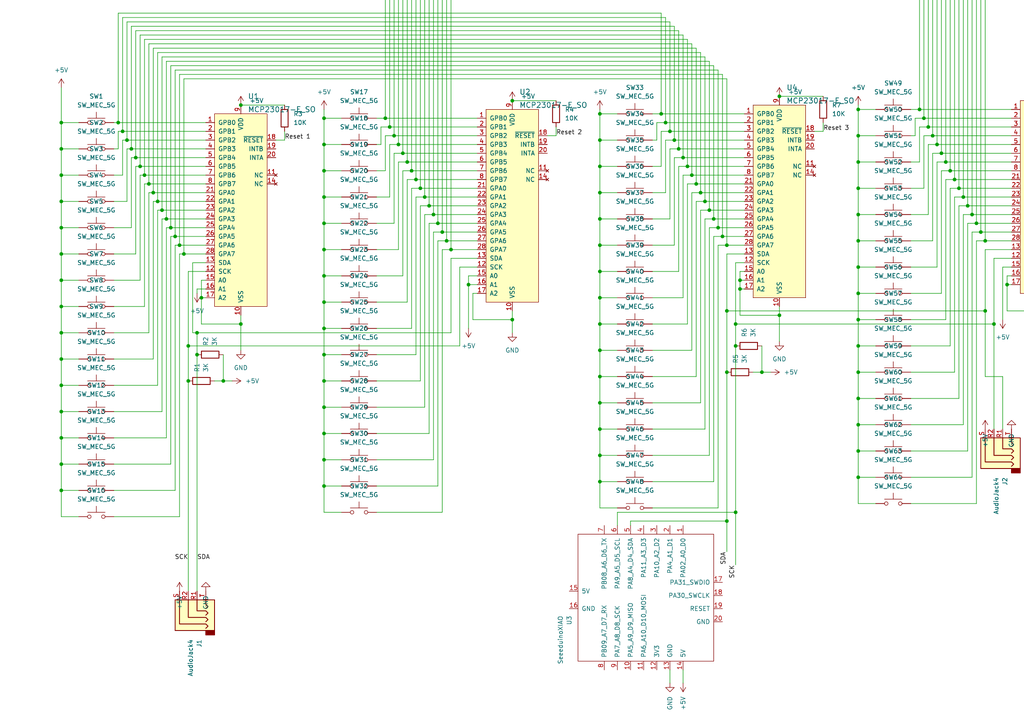
<source format=kicad_sch>
(kicad_sch (version 20211123) (generator eeschema)
  (paper "A4")
  (junction (at 119.38 49.53))
  (junction (at 288.29 93.98))
  (junction (at 53.34 73.66))
  (junction (at 284.48 67.31))
  (junction (at 93.98 102.87))
  (junction (at 120.65 52.07))
  (junction (at 35.56 38.1))
  (junction (at 278.13 54.61))
  (junction (at 17.78 66.04))
  (junction (at 210.82 71.12))
  (junction (at 281.94 62.23))
  (junction (at 93.98 41.91))
  (junction (at 248.92 100.33))
  (junction (at 93.98 133.35))
  (junction (at 17.78 142.24))
  (junction (at 36.83 40.64))
  (junction (at 248.92 130.81))
  (junction (at 17.78 104.14))
  (junction (at 93.98 34.29))
  (junction (at 210.82 107.95))
  (junction (at 275.59 49.53))
  (junction (at 303.53 22.86))
  (junction (at 209.55 68.58))
  (junction (at 266.7 31.75))
  (junction (at 248.92 39.37))
  (junction (at 213.36 148.59))
  (junction (at 226.06 91.44))
  (junction (at 285.75 90.17))
  (junction (at 173.99 124.46))
  (junction (at 173.99 63.5))
  (junction (at 39.37 45.72))
  (junction (at 191.77 33.02))
  (junction (at 93.98 95.25))
  (junction (at 114.3 39.37))
  (junction (at 46.99 60.96))
  (junction (at 173.99 132.08))
  (junction (at 248.92 123.19))
  (junction (at 248.92 85.09))
  (junction (at 17.78 73.66))
  (junction (at 123.19 57.15))
  (junction (at 173.99 101.6))
  (junction (at 213.36 93.98))
  (junction (at 248.92 77.47))
  (junction (at 41.91 50.8))
  (junction (at 303.53 90.17))
  (junction (at 57.15 102.87))
  (junction (at 17.78 134.62))
  (junction (at 208.28 66.04))
  (junction (at 248.92 46.99))
  (junction (at 213.36 100.33))
  (junction (at 93.98 57.15))
  (junction (at 220.98 107.95))
  (junction (at 271.78 41.91))
  (junction (at 194.31 38.1))
  (junction (at 173.99 93.98))
  (junction (at 173.99 71.12))
  (junction (at 198.12 45.72))
  (junction (at 269.24 36.83))
  (junction (at 276.86 52.07))
  (junction (at 195.58 40.64))
  (junction (at 124.46 59.69))
  (junction (at 121.92 54.61))
  (junction (at 64.77 110.49))
  (junction (at 115.57 41.91))
  (junction (at 93.98 64.77))
  (junction (at 248.92 138.43))
  (junction (at 204.47 58.42))
  (junction (at 201.93 53.34))
  (junction (at 49.53 66.04))
  (junction (at 54.61 100.33))
  (junction (at 285.75 69.85))
  (junction (at 173.99 78.74))
  (junction (at 273.05 44.45))
  (junction (at 248.92 31.75))
  (junction (at 54.61 110.49))
  (junction (at 17.78 127))
  (junction (at 214.63 81.28))
  (junction (at 203.2 55.88))
  (junction (at 173.99 33.02))
  (junction (at 173.99 48.26))
  (junction (at 34.29 35.56))
  (junction (at 226.06 27.94))
  (junction (at 248.92 54.61))
  (junction (at 93.98 49.53))
  (junction (at 200.66 50.8))
  (junction (at 93.98 87.63))
  (junction (at 248.92 62.23))
  (junction (at 173.99 86.36))
  (junction (at 280.67 59.69))
  (junction (at 17.78 88.9))
  (junction (at 135.89 82.55))
  (junction (at 93.98 80.01))
  (junction (at 173.99 139.7))
  (junction (at 43.18 53.34))
  (junction (at 267.97 34.29))
  (junction (at 173.99 40.64))
  (junction (at 173.99 55.88))
  (junction (at 199.39 48.26))
  (junction (at 17.78 43.18))
  (junction (at 69.85 30.48))
  (junction (at 248.92 107.95))
  (junction (at 248.92 115.57))
  (junction (at 196.85 43.18))
  (junction (at 116.84 44.45))
  (junction (at 270.51 39.37))
  (junction (at 17.78 58.42))
  (junction (at 113.03 36.83))
  (junction (at 17.78 96.52))
  (junction (at 93.98 72.39))
  (junction (at 129.54 69.85))
  (junction (at 48.26 63.5))
  (junction (at 45.72 58.42))
  (junction (at 125.73 62.23))
  (junction (at 248.92 92.71))
  (junction (at 214.63 83.82))
  (junction (at 111.76 34.29))
  (junction (at 210.82 90.17))
  (junction (at 128.27 67.31))
  (junction (at 248.92 69.85))
  (junction (at 93.98 118.11))
  (junction (at 17.78 35.56))
  (junction (at 279.4 57.15))
  (junction (at 173.99 109.22))
  (junction (at 17.78 50.8))
  (junction (at 205.74 60.96))
  (junction (at 44.45 55.88))
  (junction (at 193.04 35.56))
  (junction (at 93.98 110.49))
  (junction (at 52.07 71.12))
  (junction (at 57.15 96.52))
  (junction (at 127 64.77))
  (junction (at 93.98 125.73))
  (junction (at 274.32 46.99))
  (junction (at 210.82 151.13))
  (junction (at 207.01 63.5))
  (junction (at 283.21 64.77))
  (junction (at 130.81 72.39))
  (junction (at 17.78 111.76))
  (junction (at 17.78 119.38))
  (junction (at 50.8 68.58))
  (junction (at 69.85 93.98))
  (junction (at 38.1 43.18))
  (junction (at 58.42 86.36))
  (junction (at 17.78 81.28))
  (junction (at 292.1 82.55))
  (junction (at 173.99 116.84))
  (junction (at 148.59 29.21))
  (junction (at 148.59 92.71))
  (junction (at 93.98 140.97))
  (junction (at 40.64 48.26))
  (junction (at 118.11 46.99))
  (wire (pts (xy 173.99 71.12) (xy 173.99 78.74)))
  (wire (pts (xy 195.58 40.64) (xy 215.9 40.64)))
  (wire (pts (xy 264.16 85.09) (xy 273.05 85.09)))
  (wire (pts (xy 198.12 50.8) (xy 200.66 50.8)))
  (wire (pts (xy 281.94 62.23) (xy 293.37 62.23)))
  (wire (pts (xy 48.26 66.04) (xy 49.53 66.04)))
  (wire (pts (xy 274.32 52.07) (xy 274.32 92.71)))
  (wire (pts (xy 127 64.77) (xy 127 -6.35)))
  (wire (pts (xy 93.98 57.15) (xy 93.98 64.77)))
  (wire (pts (xy 113.03 41.91) (xy 115.57 41.91)))
  (wire (pts (xy 130.81 74.93) (xy 130.81 96.52)))
  (wire (pts (xy 210.82 73.66) (xy 215.9 73.66)))
  (wire (pts (xy 40.64 50.8) (xy 40.64 81.28)))
  (wire (pts (xy 93.98 87.63) (xy 99.06 87.63)))
  (wire (pts (xy 271.78 -16.51) (xy 271.78 41.91)))
  (wire (pts (xy 39.37 45.72) (xy 39.37 8.89)))
  (wire (pts (xy 17.78 66.04) (xy 17.78 73.66)))
  (wire (pts (xy 17.78 43.18) (xy 22.86 43.18)))
  (wire (pts (xy 248.92 130.81) (xy 248.92 138.43)))
  (wire (pts (xy 127 64.77) (xy 138.43 64.77)))
  (wire (pts (xy 39.37 73.66) (xy 39.37 48.26)))
  (wire (pts (xy 39.37 45.72) (xy 59.69 45.72)))
  (wire (pts (xy 199.39 93.98) (xy 189.23 93.98)))
  (wire (pts (xy 264.16 107.95) (xy 276.86 107.95)))
  (wire (pts (xy 40.64 48.26) (xy 40.64 10.16)))
  (wire (pts (xy 44.45 55.88) (xy 44.45 13.97)))
  (wire (pts (xy 127 -6.35) (xy 281.94 -6.35)))
  (wire (pts (xy 173.99 109.22) (xy 179.07 109.22)))
  (wire (pts (xy 116.84 44.45) (xy 138.43 44.45)))
  (wire (pts (xy 266.7 36.83) (xy 266.7 46.99)))
  (wire (pts (xy 303.53 90.17) (xy 303.53 93.98)))
  (wire (pts (xy 195.58 71.12) (xy 195.58 45.72)))
  (wire (pts (xy 173.99 33.02) (xy 173.99 40.64)))
  (wire (pts (xy 35.56 5.08) (xy 193.04 5.08)))
  (wire (pts (xy 93.98 140.97) (xy 93.98 148.59)))
  (wire (pts (xy 248.92 100.33) (xy 248.92 107.95)))
  (wire (pts (xy 36.83 6.35) (xy 194.31 6.35)))
  (wire (pts (xy 189.23 71.12) (xy 195.58 71.12)))
  (wire (pts (xy 293.37 74.93) (xy 288.29 74.93)))
  (wire (pts (xy 267.97 34.29) (xy 293.37 34.29)))
  (wire (pts (xy 200.66 50.8) (xy 215.9 50.8)))
  (wire (pts (xy 17.78 43.18) (xy 17.78 50.8)))
  (wire (pts (xy 248.92 123.19) (xy 248.92 130.81)))
  (wire (pts (xy 17.78 73.66) (xy 17.78 81.28)))
  (wire (pts (xy 208.28 147.32) (xy 189.23 147.32)))
  (wire (pts (xy 93.98 133.35) (xy 99.06 133.35)))
  (wire (pts (xy 93.98 140.97) (xy 99.06 140.97)))
  (wire (pts (xy 208.28 66.04) (xy 205.74 66.04)))
  (wire (pts (xy 248.92 39.37) (xy 254 39.37)))
  (wire (pts (xy 93.98 57.15) (xy 99.06 57.15)))
  (wire (pts (xy 124.46 -8.89) (xy 279.4 -8.89)))
  (wire (pts (xy 109.22 125.73) (xy 124.46 125.73)))
  (wire (pts (xy 38.1 43.18) (xy 59.69 43.18)))
  (wire (pts (xy 193.04 40.64) (xy 195.58 40.64)))
  (wire (pts (xy 17.78 104.14) (xy 22.86 104.14)))
  (wire (pts (xy 194.31 38.1) (xy 215.9 38.1)))
  (wire (pts (xy 179.07 152.4) (xy 179.07 148.59)))
  (wire (pts (xy 41.91 11.43) (xy 199.39 11.43)))
  (wire (pts (xy 199.39 53.34) (xy 199.39 93.98)))
  (wire (pts (xy 123.19 118.11) (xy 109.22 118.11)))
  (wire (pts (xy 114.3 39.37) (xy 138.43 39.37)))
  (wire (pts (xy 292.1 80.01) (xy 292.1 82.55)))
  (wire (pts (xy 248.92 123.19) (xy 254 123.19)))
  (wire (pts (xy 274.32 52.07) (xy 276.86 52.07)))
  (wire (pts (xy 281.94 67.31) (xy 281.94 138.43)))
  (wire (pts (xy 33.02 142.24) (xy 50.8 142.24)))
  (wire (pts (xy 198.12 194.31) (xy 198.12 198.12)))
  (wire (pts (xy 49.53 68.58) (xy 49.53 134.62)))
  (wire (pts (xy 194.31 63.5) (xy 189.23 63.5)))
  (wire (pts (xy 120.65 102.87) (xy 120.65 57.15)))
  (wire (pts (xy 279.4 62.23) (xy 281.94 62.23)))
  (wire (pts (xy 205.74 132.08) (xy 189.23 132.08)))
  (wire (pts (xy 275.59 -12.7) (xy 275.59 49.53)))
  (wire (pts (xy 173.99 93.98) (xy 179.07 93.98)))
  (wire (pts (xy 293.37 72.39) (xy 285.75 72.39)))
  (wire (pts (xy 191.77 33.02) (xy 215.9 33.02)))
  (wire (pts (xy 17.78 96.52) (xy 22.86 96.52)))
  (wire (pts (xy 53.34 73.66) (xy 53.34 22.86)))
  (wire (pts (xy 210.82 90.17) (xy 285.75 90.17)))
  (wire (pts (xy 118.11 46.99) (xy 138.43 46.99)))
  (wire (pts (xy 93.98 80.01) (xy 93.98 87.63)))
  (wire (pts (xy 93.98 64.77) (xy 99.06 64.77)))
  (wire (pts (xy 191.77 38.1) (xy 191.77 48.26)))
  (wire (pts (xy 248.92 92.71) (xy 254 92.71)))
  (wire (pts (xy 275.59 100.33) (xy 275.59 54.61)))
  (wire (pts (xy 121.92 59.69) (xy 124.46 59.69)))
  (wire (pts (xy 248.92 115.57) (xy 248.92 123.19)))
  (wire (pts (xy 43.18 53.34) (xy 43.18 12.7)))
  (wire (pts (xy 193.04 55.88) (xy 193.04 40.64)))
  (wire (pts (xy 113.03 57.15) (xy 113.03 41.91)))
  (wire (pts (xy 17.78 35.56) (xy 22.86 35.56)))
  (wire (pts (xy 292.1 82.55) (xy 292.1 90.17)))
  (wire (pts (xy 193.04 35.56) (xy 215.9 35.56)))
  (wire (pts (xy 215.9 71.12) (xy 210.82 71.12)))
  (wire (pts (xy 40.64 50.8) (xy 41.91 50.8)))
  (wire (pts (xy 285.75 72.39) (xy 285.75 90.17)))
  (wire (pts (xy 50.8 20.32) (xy 208.28 20.32)))
  (wire (pts (xy 173.99 55.88) (xy 179.07 55.88)))
  (wire (pts (xy 179.07 148.59) (xy 213.36 148.59)))
  (wire (pts (xy 114.3 64.77) (xy 109.22 64.77)))
  (wire (pts (xy 218.44 107.95) (xy 220.98 107.95)))
  (wire (pts (xy 316.23 26.67) (xy 316.23 22.86)))
  (wire (pts (xy 93.98 34.29) (xy 93.98 41.91)))
  (wire (pts (xy 109.22 110.49) (xy 121.92 110.49)))
  (wire (pts (xy 208.28 71.12) (xy 208.28 147.32)))
  (wire (pts (xy 254 77.47) (xy 248.92 77.47)))
  (wire (pts (xy 273.05 44.45) (xy 293.37 44.45)))
  (wire (pts (xy 248.92 31.75) (xy 248.92 39.37)))
  (wire (pts (xy 109.22 72.39) (xy 115.57 72.39)))
  (wire (pts (xy 17.78 127) (xy 22.86 127)))
  (wire (pts (xy 54.61 100.33) (xy 133.35 100.33)))
  (wire (pts (xy 281.94 -6.35) (xy 281.94 62.23)))
  (wire (pts (xy 121.92 -11.43) (xy 276.86 -11.43)))
  (wire (pts (xy 189.23 101.6) (xy 200.66 101.6)))
  (wire (pts (xy 270.51 44.45) (xy 273.05 44.45)))
  (wire (pts (xy 264.16 31.75) (xy 266.7 31.75)))
  (wire (pts (xy 55.88 96.52) (xy 55.88 76.2)))
  (wire (pts (xy 52.07 73.66) (xy 52.07 149.86)))
  (wire (pts (xy 248.92 62.23) (xy 248.92 69.85)))
  (wire (pts (xy 138.43 62.23) (xy 125.73 62.23)))
  (wire (pts (xy 269.24 41.91) (xy 271.78 41.91)))
  (wire (pts (xy 191.77 3.81) (xy 191.77 33.02)))
  (wire (pts (xy 116.84 49.53) (xy 119.38 49.53)))
  (wire (pts (xy 45.72 111.76) (xy 45.72 60.96)))
  (wire (pts (xy 46.99 60.96) (xy 59.69 60.96)))
  (wire (pts (xy 214.63 78.74) (xy 214.63 81.28)))
  (wire (pts (xy 203.2 60.96) (xy 203.2 116.84)))
  (wire (pts (xy 281.94 67.31) (xy 284.48 67.31)))
  (wire (pts (xy 114.3 44.45) (xy 116.84 44.45)))
  (wire (pts (xy 173.99 31.75) (xy 173.99 33.02)))
  (wire (pts (xy 207.01 63.5) (xy 215.9 63.5)))
  (wire (pts (xy 248.92 107.95) (xy 254 107.95)))
  (wire (pts (xy 33.02 35.56) (xy 34.29 35.56)))
  (wire (pts (xy 198.12 45.72) (xy 215.9 45.72)))
  (wire (pts (xy 123.19 57.15) (xy 123.19 -10.16)))
  (wire (pts (xy 285.75 69.85) (xy 283.21 69.85)))
  (wire (pts (xy 269.24 36.83) (xy 293.37 36.83)))
  (wire (pts (xy 209.55 21.59) (xy 209.55 68.58)))
  (wire (pts (xy 269.24 41.91) (xy 269.24 62.23)))
  (wire (pts (xy 57.15 96.52) (xy 57.15 102.87)))
  (wire (pts (xy 64.77 102.87) (xy 64.77 110.49)))
  (wire (pts (xy 266.7 -21.59) (xy 266.7 31.75)))
  (wire (pts (xy 17.78 66.04) (xy 22.86 66.04)))
  (wire (pts (xy 129.54 69.85) (xy 129.54 -3.81)))
  (wire (pts (xy 214.63 83.82) (xy 215.9 83.82)))
  (wire (pts (xy 271.78 46.99) (xy 274.32 46.99)))
  (wire (pts (xy 109.22 102.87) (xy 120.65 102.87)))
  (wire (pts (xy 215.9 78.74) (xy 214.63 78.74)))
  (wire (pts (xy 285.75 -2.54) (xy 285.75 69.85)))
  (wire (pts (xy 248.92 46.99) (xy 254 46.99)))
  (wire (pts (xy 111.76 34.29) (xy 111.76 -21.59)))
  (wire (pts (xy 266.7 36.83) (xy 269.24 36.83)))
  (wire (pts (xy 17.78 73.66) (xy 22.86 73.66)))
  (wire (pts (xy 125.73 67.31) (xy 125.73 133.35)))
  (wire (pts (xy 137.16 92.71) (xy 148.59 92.71)))
  (wire (pts (xy 293.37 77.47) (xy 290.83 77.47)))
  (wire (pts (xy 205.74 60.96) (xy 203.2 60.96)))
  (wire (pts (xy 138.43 72.39) (xy 130.81 72.39)))
  (wire (pts (xy 210.82 22.86) (xy 210.82 71.12)))
  (wire (pts (xy 59.69 83.82) (xy 57.15 83.82)))
  (wire (pts (xy 179.07 78.74) (xy 173.99 78.74)))
  (wire (pts (xy 190.5 40.64) (xy 190.5 35.56)))
  (wire (pts (xy 45.72 15.24) (xy 203.2 15.24)))
  (wire (pts (xy 215.9 60.96) (xy 205.74 60.96)))
  (wire (pts (xy 109.22 140.97) (xy 127 140.97)))
  (wire (pts (xy 114.3 39.37) (xy 114.3 -19.05)))
  (wire (pts (xy 266.7 46.99) (xy 264.16 46.99)))
  (wire (pts (xy 17.78 142.24) (xy 22.86 142.24)))
  (wire (pts (xy 48.26 63.5) (xy 48.26 17.78)))
  (wire (pts (xy 196.85 48.26) (xy 199.39 48.26)))
  (wire (pts (xy 120.65 57.15) (xy 123.19 57.15)))
  (wire (pts (xy 280.67 -7.62) (xy 280.67 59.69)))
  (wire (pts (xy 120.65 -12.7) (xy 275.59 -12.7)))
  (wire (pts (xy 113.03 36.83) (xy 138.43 36.83)))
  (wire (pts (xy 248.92 54.61) (xy 248.92 62.23)))
  (wire (pts (xy 17.78 149.86) (xy 22.86 149.86)))
  (wire (pts (xy 39.37 8.89) (xy 196.85 8.89)))
  (wire (pts (xy 248.92 69.85) (xy 254 69.85)))
  (wire (pts (xy 238.76 38.1) (xy 236.22 38.1)))
  (wire (pts (xy 209.55 68.58) (xy 215.9 68.58)))
  (wire (pts (xy 119.38 54.61) (xy 119.38 95.25)))
  (wire (pts (xy 248.92 54.61) (xy 254 54.61)))
  (wire (pts (xy 17.78 25.4) (xy 17.78 35.56)))
  (wire (pts (xy 196.85 8.89) (xy 196.85 43.18)))
  (wire (pts (xy 271.78 41.91) (xy 293.37 41.91)))
  (wire (pts (xy 220.98 107.95) (xy 223.52 107.95)))
  (wire (pts (xy 127 69.85) (xy 127 140.97)))
  (wire (pts (xy 93.98 31.75) (xy 93.98 34.29)))
  (wire (pts (xy 201.93 13.97) (xy 201.93 53.34)))
  (wire (pts (xy 38.1 43.18) (xy 38.1 7.62)))
  (wire (pts (xy 82.55 30.48) (xy 69.85 30.48)))
  (wire (pts (xy 93.98 118.11) (xy 99.06 118.11)))
  (wire (pts (xy 273.05 -15.24) (xy 273.05 44.45)))
  (wire (pts (xy 33.02 88.9) (xy 41.91 88.9)))
  (wire (pts (xy 17.78 88.9) (xy 22.86 88.9)))
  (wire (pts (xy 173.99 63.5) (xy 179.07 63.5)))
  (wire (pts (xy 118.11 -15.24) (xy 273.05 -15.24)))
  (wire (pts (xy 121.92 54.61) (xy 121.92 -11.43)))
  (wire (pts (xy 64.77 110.49) (xy 67.31 110.49)))
  (wire (pts (xy 280.67 59.69) (xy 278.13 59.69)))
  (wire (pts (xy 17.78 50.8) (xy 17.78 58.42)))
  (wire (pts (xy 93.98 125.73) (xy 93.98 133.35)))
  (wire (pts (xy 283.21 64.77) (xy 280.67 64.77)))
  (wire (pts (xy 248.92 62.23) (xy 254 62.23)))
  (wire (pts (xy 17.78 134.62) (xy 22.86 134.62)))
  (wire (pts (xy 199.39 53.34) (xy 201.93 53.34)))
  (wire (pts (xy 115.57 -17.78) (xy 270.51 -17.78)))
  (wire (pts (xy 129.54 69.85) (xy 138.43 69.85)))
  (wire (pts (xy 46.99 119.38) (xy 33.02 119.38)))
  (wire (pts (xy 36.83 58.42) (xy 36.83 43.18)))
  (wire (pts (xy 54.61 110.49) (xy 54.61 171.45)))
  (wire (pts (xy 44.45 55.88) (xy 59.69 55.88)))
  (wire (pts (xy 274.32 92.71) (xy 264.16 92.71)))
  (wire (pts (xy 290.83 109.22) (xy 290.83 124.46)))
  (wire (pts (xy 288.29 93.98) (xy 288.29 124.46)))
  (wire (pts (xy 215.9 66.04) (xy 208.28 66.04)))
  (wire (pts (xy 264.16 69.85) (xy 270.51 69.85)))
  (wire (pts (xy 33.02 43.18) (xy 34.29 43.18)))
  (wire (pts (xy 148.59 90.17) (xy 148.59 92.71)))
  (wire (pts (xy 201.93 58.42) (xy 204.47 58.42)))
  (wire (pts (xy 59.69 63.5) (xy 48.26 63.5)))
  (wire (pts (xy 36.83 40.64) (xy 36.83 6.35)))
  (wire (pts (xy 248.92 30.48) (xy 248.92 31.75)))
  (wire (pts (xy 119.38 54.61) (xy 121.92 54.61)))
  (wire (pts (xy 130.81 96.52) (xy 57.15 96.52)))
  (wire (pts (xy 191.77 48.26) (xy 189.23 48.26)))
  (wire (pts (xy 210.82 107.95) (xy 210.82 151.13)))
  (wire (pts (xy 127 69.85) (xy 129.54 69.85)))
  (wire (pts (xy 17.78 127) (xy 17.78 134.62)))
  (wire (pts (xy 210.82 71.12) (xy 208.28 71.12)))
  (wire (pts (xy 50.8 68.58) (xy 50.8 20.32)))
  (wire (pts (xy 173.99 139.7) (xy 179.07 139.7)))
  (wire (pts (xy 283.21 69.85) (xy 283.21 146.05)))
  (wire (pts (xy 290.83 77.47) (xy 290.83 92.71)))
  (wire (pts (xy 17.78 58.42) (xy 17.78 66.04)))
  (wire (pts (xy 58.42 86.36) (xy 59.69 86.36)))
  (wire (pts (xy 173.99 101.6) (xy 173.99 109.22)))
  (wire (pts (xy 45.72 58.42) (xy 59.69 58.42)))
  (wire (pts (xy 293.37 69.85) (xy 285.75 69.85)))
  (wire (pts (xy 17.78 119.38) (xy 17.78 127)))
  (wire (pts (xy 248.92 107.95) (xy 248.92 115.57)))
  (wire (pts (xy 173.99 109.22) (xy 173.99 116.84)))
  (wire (pts (xy 22.86 81.28) (xy 17.78 81.28)))
  (wire (pts (xy 213.36 93.98) (xy 288.29 93.98)))
  (wire (pts (xy 119.38 49.53) (xy 119.38 -13.97)))
  (wire (pts (xy 248.92 31.75) (xy 254 31.75)))
  (wire (pts (xy 173.99 132.08) (xy 173.99 139.7)))
  (wire (pts (xy 278.13 54.61) (xy 293.37 54.61)))
  (wire (pts (xy 270.51 -17.78) (xy 270.51 39.37)))
  (wire (pts (xy 33.02 127) (xy 48.26 127)))
  (wire (pts (xy 116.84 44.45) (xy 116.84 -16.51)))
  (wire (pts (xy 274.32 -13.97) (xy 274.32 46.99)))
  (wire (pts (xy 198.12 86.36) (xy 198.12 50.8)))
  (wire (pts (xy 43.18 96.52) (xy 33.02 96.52)))
  (wire (pts (xy 205.74 17.78) (xy 205.74 60.96)))
  (wire (pts (xy 200.66 12.7) (xy 200.66 50.8)))
  (wire (pts (xy 128.27 67.31) (xy 128.27 -5.08)))
  (wire (pts (xy 93.98 102.87) (xy 93.98 110.49)))
  (wire (pts (xy 248.92 85.09) (xy 248.92 92.71)))
  (wire (pts (xy 173.99 116.84) (xy 173.99 124.46)))
  (wire (pts (xy 93.98 110.49) (xy 93.98 118.11)))
  (wire (pts (xy 17.78 134.62) (xy 17.78 142.24)))
  (wire (pts (xy 285.75 90.17) (xy 285.75 109.22)))
  (wire (pts (xy 52.07 71.12) (xy 59.69 71.12)))
  (wire (pts (xy 38.1 7.62) (xy 195.58 7.62)))
  (wire (pts (xy 17.78 35.56) (xy 17.78 43.18)))
  (wire (pts (xy 50.8 71.12) (xy 52.07 71.12)))
  (wire (pts (xy 265.43 39.37) (xy 265.43 34.29)))
  (wire (pts (xy 93.98 87.63) (xy 93.98 95.25)))
  (wire (pts (xy 34.29 38.1) (xy 35.56 38.1)))
  (wire (pts (xy 39.37 48.26) (xy 40.64 48.26)))
  (wire (pts (xy 93.98 148.59) (xy 99.06 148.59)))
  (wire (pts (xy 135.89 82.55) (xy 138.43 82.55)))
  (wire (pts (xy 119.38 95.25) (xy 109.22 95.25)))
  (wire (pts (xy 17.78 142.24) (xy 17.78 149.86)))
  (wire (pts (xy 17.78 111.76) (xy 22.86 111.76)))
  (wire (pts (xy 316.23 36.83) (xy 316.23 34.29)))
  (wire (pts (xy 115.57 41.91) (xy 115.57 -17.78)))
  (wire (pts (xy 213.36 76.2) (xy 215.9 76.2)))
  (wire (pts (xy 193.04 5.08) (xy 193.04 35.56)))
  (wire (pts (xy 44.45 13.97) (xy 201.93 13.97)))
  (wire (pts (xy 17.78 96.52) (xy 17.78 104.14)))
  (wire (pts (xy 210.82 73.66) (xy 210.82 90.17)))
  (wire (pts (xy 267.97 54.61) (xy 267.97 39.37)))
  (wire (pts (xy 82.55 38.1) (xy 82.55 40.64)))
  (wire (pts (xy 270.51 39.37) (xy 293.37 39.37)))
  (wire (pts (xy 190.5 35.56) (xy 193.04 35.56)))
  (wire (pts (xy 203.2 116.84) (xy 189.23 116.84)))
  (wire (pts (xy 198.12 10.16) (xy 198.12 45.72)))
  (wire (pts (xy 40.64 81.28) (xy 33.02 81.28)))
  (wire (pts (xy 62.23 110.49) (xy 64.77 110.49)))
  (wire (pts (xy 58.42 86.36) (xy 58.42 93.98)))
  (wire (pts (xy 52.07 149.86) (xy 33.02 149.86)))
  (wire (pts (xy 196.85 43.18) (xy 215.9 43.18)))
  (wire (pts (xy 276.86 52.07) (xy 293.37 52.07)))
  (wire (pts (xy 50.8 68.58) (xy 49.53 68.58)))
  (wire (pts (xy 201.93 53.34) (xy 215.9 53.34)))
  (wire (pts (xy 93.98 125.73) (xy 99.06 125.73)))
  (wire (pts (xy 49.53 134.62) (xy 33.02 134.62)))
  (wire (pts (xy 220.98 100.33) (xy 220.98 107.95)))
  (wire (pts (xy 121.92 54.61) (xy 138.43 54.61)))
  (wire (pts (xy 210.82 151.13) (xy 210.82 160.02)))
  (wire (pts (xy 109.22 148.59) (xy 128.27 148.59)))
  (wire (pts (xy 93.98 102.87) (xy 99.06 102.87)))
  (wire (pts (xy 46.99 63.5) (xy 46.99 119.38)))
  (wire (pts (xy 201.93 109.22) (xy 201.93 58.42)))
  (wire (pts (xy 173.99 132.08) (xy 179.07 132.08)))
  (wire (pts (xy 133.35 100.33) (xy 133.35 77.47)))
  (wire (pts (xy 196.85 78.74) (xy 189.23 78.74)))
  (wire (pts (xy 135.89 80.01) (xy 135.89 82.55)))
  (wire (pts (xy 48.26 63.5) (xy 46.99 63.5)))
  (wire (pts (xy 99.06 80.01) (xy 93.98 80.01)))
  (wire (pts (xy 274.32 46.99) (xy 293.37 46.99)))
  (wire (pts (xy 264.16 39.37) (xy 265.43 39.37)))
  (wire (pts (xy 114.3 -19.05) (xy 269.24 -19.05)))
  (wire (pts (xy 46.99 16.51) (xy 204.47 16.51)))
  (wire (pts (xy 189.23 33.02) (xy 191.77 33.02)))
  (wire (pts (xy 41.91 50.8) (xy 41.91 11.43)))
  (wire (pts (xy 194.31 43.18) (xy 196.85 43.18)))
  (wire (pts (xy 49.53 66.04) (xy 49.53 19.05)))
  (wire (pts (xy 264.16 123.19) (xy 279.4 123.19)))
  (wire (pts (xy 138.43 74.93) (xy 130.81 74.93)))
  (wire (pts (xy 293.37 59.69) (xy 280.67 59.69)))
  (wire (pts (xy 214.63 91.44) (xy 226.06 91.44)))
  (wire (pts (xy 46.99 60.96) (xy 46.99 16.51)))
  (wire (pts (xy 130.81 72.39) (xy 128.27 72.39)))
  (wire (pts (xy 115.57 41.91) (xy 138.43 41.91)))
  (wire (pts (xy 118.11 87.63) (xy 118.11 52.07)))
  (wire (pts (xy 208.28 20.32) (xy 208.28 66.04)))
  (wire (pts (xy 173.99 63.5) (xy 173.99 71.12)))
  (wire (pts (xy 189.23 109.22) (xy 201.93 109.22)))
  (wire (pts (xy 303.53 22.86) (xy 303.53 26.67)))
  (wire (pts (xy 204.47 16.51) (xy 204.47 58.42)))
  (wire (pts (xy 120.65 52.07) (xy 120.65 -12.7)))
  (wire (pts (xy 113.03 -20.32) (xy 267.97 -20.32)))
  (wire (pts (xy 115.57 46.99) (xy 118.11 46.99)))
  (wire (pts (xy 129.54 -3.81) (xy 284.48 -3.81)))
  (wire (pts (xy 213.36 93.98) (xy 213.36 100.33)))
  (wire (pts (xy 278.13 115.57) (xy 264.16 115.57)))
  (wire (pts (xy 271.78 77.47) (xy 264.16 77.47)))
  (wire (pts (xy 54.61 100.33) (xy 54.61 110.49)))
  (wire (pts (xy 148.59 92.71) (xy 148.59 96.52)))
  (wire (pts (xy 210.82 90.17) (xy 210.82 107.95)))
  (wire (pts (xy 17.78 119.38) (xy 22.86 119.38)))
  (wire (pts (xy 213.36 148.59) (xy 213.36 163.83)))
  (wire (pts (xy 43.18 55.88) (xy 44.45 55.88)))
  (wire (pts (xy 17.78 58.42) (xy 22.86 58.42)))
  (wire (pts (xy 238.76 35.56) (xy 238.76 38.1)))
  (wire (pts (xy 35.56 38.1) (xy 35.56 5.08)))
  (wire (pts (xy 110.49 36.83) (xy 113.03 36.83)))
  (wire (pts (xy 118.11 46.99) (xy 118.11 -15.24)))
  (wire (pts (xy 267.97 39.37) (xy 270.51 39.37)))
  (wire (pts (xy 59.69 81.28) (xy 58.42 81.28)))
  (wire (pts (xy 264.16 100.33) (xy 275.59 100.33)))
  (wire (pts (xy 204.47 58.42) (xy 215.9 58.42)))
  (wire (pts (xy 57.15 83.82) (xy 57.15 85.09)))
  (wire (pts (xy 17.78 111.76) (xy 17.78 119.38)))
  (wire (pts (xy 38.1 66.04) (xy 33.02 66.04)))
  (wire (pts (xy 283.21 -5.08) (xy 283.21 64.77)))
  (wire (pts (xy 158.75 39.37) (xy 161.29 39.37)))
  (wire (pts (xy 135.89 82.55) (xy 135.89 95.25)))
  (wire (pts (xy 189.23 55.88) (xy 193.04 55.88)))
  (wire (pts (xy 279.4 57.15) (xy 293.37 57.15)))
  (wire (pts (xy 109.22 41.91) (xy 110.49 41.91)))
  (wire (pts (xy 35.56 38.1) (xy 59.69 38.1)))
  (wire (pts (xy 93.98 118.11) (xy 93.98 125.73)))
  (wire (pts (xy 137.16 85.09) (xy 137.16 92.71)))
  (wire (pts (xy 109.22 87.63) (xy 118.11 87.63)))
  (wire (pts (xy 215.9 81.28) (xy 214.63 81.28)))
  (wire (pts (xy 33.02 73.66) (xy 39.37 73.66)))
  (wire (pts (xy 284.48 -3.81) (xy 284.48 67.31)))
  (wire (pts (xy 173.99 40.64) (xy 179.07 40.64)))
  (wire (pts (xy 275.59 54.61) (xy 278.13 54.61)))
  (wire (pts (xy 33.02 111.76) (xy 45.72 111.76)))
  (wire (pts (xy 203.2 15.24) (xy 203.2 55.88)))
  (wire (pts (xy 271.78 46.99) (xy 271.78 77.47)))
  (wire (pts (xy 58.42 93.98) (xy 69.85 93.98)))
  (wire (pts (xy 138.43 67.31) (xy 128.27 67.31)))
  (wire (pts (xy 248.92 138.43) (xy 248.92 146.05)))
  (wire (pts (xy 293.37 80.01) (xy 292.1 80.01)))
  (wire (pts (xy 214.63 81.28) (xy 214.63 83.82)))
  (wire (pts (xy 58.42 81.28) (xy 58.42 86.36)))
  (wire (pts (xy 191.77 38.1) (xy 194.31 38.1)))
  (wire (pts (xy 114.3 44.45) (xy 114.3 64.77)))
  (wire (pts (xy 119.38 49.53) (xy 138.43 49.53)))
  (wire (pts (xy 273.05 49.53) (xy 275.59 49.53)))
  (wire (pts (xy 173.99 55.88) (xy 173.99 63.5)))
  (wire (pts (xy 248.92 130.81) (xy 254 130.81)))
  (wire (pts (xy 35.56 40.64) (xy 36.83 40.64)))
  (wire (pts (xy 138.43 80.01) (xy 135.89 80.01)))
  (wire (pts (xy 189.23 40.64) (xy 190.5 40.64)))
  (wire (pts (xy 264.16 138.43) (xy 281.94 138.43)))
  (wire (pts (xy 279.4 -8.89) (xy 279.4 57.15)))
  (wire (pts (xy 124.46 64.77) (xy 127 64.77)))
  (wire (pts (xy 316.23 22.86) (xy 303.53 22.86)))
  (wire (pts (xy 196.85 48.26) (xy 196.85 78.74)))
  (wire (pts (xy 55.88 96.52) (xy 57.15 96.52)))
  (wire (pts (xy 45.72 58.42) (xy 45.72 15.24)))
  (wire (pts (xy 199.39 11.43) (xy 199.39 48.26)))
  (wire (pts (xy 59.69 73.66) (xy 53.34 73.66)))
  (wire (pts (xy 124.46 59.69) (xy 138.43 59.69)))
  (wire (pts (xy 207.01 19.05) (xy 207.01 63.5)))
  (wire (pts (xy 173.99 48.26) (xy 173.99 55.88)))
  (wire (pts (xy 173.99 124.46) (xy 179.07 124.46)))
  (wire (pts (xy 173.99 48.26) (xy 179.07 48.26)))
  (wire (pts (xy 138.43 85.09) (xy 137.16 85.09)))
  (wire (pts (xy 48.26 17.78) (xy 205.74 17.78)))
  (wire (pts (xy 204.47 63.5) (xy 207.01 63.5)))
  (wire (pts (xy 116.84 -16.51) (xy 271.78 -16.51)))
  (wire (pts (xy 173.99 101.6) (xy 179.07 101.6)))
  (wire (pts (xy 48.26 127) (xy 48.26 66.04)))
  (wire (pts (xy 116.84 49.53) (xy 116.84 80.01)))
  (wire (pts (xy 35.56 40.64) (xy 35.56 50.8)))
  (wire (pts (xy 93.98 110.49) (xy 99.06 110.49)))
  (wire (pts (xy 248.92 92.71) (xy 248.92 100.33)))
  (wire (pts (xy 49.53 66.04) (xy 59.69 66.04)))
  (wire (pts (xy 121.92 110.49) (xy 121.92 59.69)))
  (wire (pts (xy 214.63 83.82) (xy 214.63 91.44)))
  (wire (pts (xy 195.58 7.62) (xy 195.58 40.64)))
  (wire (pts (xy 173.99 78.74) (xy 173.99 86.36)))
  (wire (pts (xy 53.34 22.86) (xy 210.82 22.86)))
  (wire (pts (xy 120.65 52.07) (xy 138.43 52.07)))
  (wire (pts (xy 125.73 62.23) (xy 123.19 62.23)))
  (wire (pts (xy 54.61 78.74) (xy 59.69 78.74)))
  (wire (pts (xy 161.29 29.21) (xy 148.59 29.21)))
  (wire (pts (xy 269.24 62.23) (xy 264.16 62.23)))
  (wire (pts (xy 189.23 124.46) (xy 204.47 124.46)))
  (wire (pts (xy 38.1 45.72) (xy 39.37 45.72)))
  (wire (pts (xy 248.92 115.57) (xy 254 115.57)))
  (wire (pts (xy 124.46 125.73) (xy 124.46 64.77)))
  (wire (pts (xy 41.91 53.34) (xy 43.18 53.34)))
  (wire (pts (xy 17.78 50.8) (xy 22.86 50.8)))
  (wire (pts (xy 118.11 52.07) (xy 120.65 52.07)))
  (wire (pts (xy 194.31 194.31) (xy 194.31 198.12)))
  (wire (pts (xy 50.8 71.12) (xy 50.8 142.24)))
  (wire (pts (xy 93.98 41.91) (xy 93.98 49.53)))
  (wire (pts (xy 278.13 59.69) (xy 278.13 115.57)))
  (wire (pts (xy 226.06 88.9) (xy 226.06 91.44)))
  (wire (pts (xy 130.81 72.39) (xy 130.81 -2.54)))
  (wire (pts (xy 40.64 48.26) (xy 59.69 48.26)))
  (wire (pts (xy 43.18 55.88) (xy 43.18 96.52)))
  (wire (pts (xy 279.4 123.19) (xy 279.4 62.23)))
  (wire (pts (xy 269.24 -19.05) (xy 269.24 36.83)))
  (wire (pts (xy 200.66 55.88) (xy 203.2 55.88)))
  (wire (pts (xy 173.99 116.84) (xy 179.07 116.84)))
  (wire (pts (xy 138.43 77.47) (xy 133.35 77.47)))
  (wire (pts (xy 238.76 27.94) (xy 226.06 27.94)))
  (wire (pts (xy 52.07 21.59) (xy 209.55 21.59)))
  (wire (pts (xy 128.27 67.31) (xy 125.73 67.31)))
  (wire (pts (xy 173.99 93.98) (xy 173.99 101.6)))
  (wire (pts (xy 17.78 88.9) (xy 17.78 96.52)))
  (wire (pts (xy 93.98 72.39) (xy 93.98 80.01)))
  (wire (pts (xy 113.03 36.83) (xy 113.03 -20.32)))
  (wire (pts (xy 111.76 39.37) (xy 111.76 49.53)))
  (wire (pts (xy 33.02 104.14) (xy 44.45 104.14)))
  (wire (pts (xy 248.92 138.43) (xy 254 138.43)))
  (wire (pts (xy 276.86 57.15) (xy 279.4 57.15)))
  (wire (pts (xy 182.88 152.4) (xy 182.88 151.13)))
  (wire (pts (xy 207.01 68.58) (xy 207.01 139.7)))
  (wire (pts (xy 43.18 12.7) (xy 200.66 12.7)))
  (wire (pts (xy 17.78 81.28) (xy 17.78 88.9)))
  (wire (pts (xy 203.2 55.88) (xy 215.9 55.88)))
  (wire (pts (xy 36.83 43.18) (xy 38.1 43.18)))
  (wire (pts (xy 93.98 49.53) (xy 93.98 57.15)))
  (wire (pts (xy 41.91 50.8) (xy 59.69 50.8)))
  (wire (pts (xy 194.31 6.35) (xy 194.31 38.1)))
  (wire (pts (xy 123.19 57.15) (xy 138.43 57.15)))
  (wire (pts (xy 173.99 139.7) (xy 173.99 147.32)))
  (wire (pts (xy 248.92 39.37) (xy 248.92 46.99)))
  (wire (pts (xy 43.18 53.34) (xy 59.69 53.34)))
  (wire (pts (xy 313.69 36.83) (xy 316.23 36.83)))
  (wire (pts (xy 173.99 86.36) (xy 179.07 86.36)))
  (wire (pts (xy 110.49 41.91) (xy 110.49 36.83)))
  (wire (pts (xy 33.02 58.42) (xy 36.83 58.42)))
  (wire (pts (xy 34.29 35.56) (xy 34.29 3.81)))
  (wire (pts (xy 293.37 82.55) (xy 292.1 82.55)))
  (wire (pts (xy 93.98 72.39) (xy 99.06 72.39)))
  (wire (pts (xy 303.53 87.63) (xy 303.53 90.17)))
  (wire (pts (xy 69.85 93.98) (xy 69.85 101.6)))
  (wire (pts (xy 52.07 71.12) (xy 52.07 21.59)))
  (wire (pts (xy 213.36 100.33) (xy 213.36 148.59)))
  (wire (pts (xy 248.92 146.05) (xy 254 146.05)))
  (wire (pts (xy 116.84 80.01) (xy 109.22 80.01)))
  (wire (pts (xy 182.88 151.13) (xy 210.82 151.13)))
  (wire (pts (xy 59.69 68.58) (xy 50.8 68.58)))
  (wire (pts (xy 93.98 41.91) (xy 99.06 41.91)))
  (wire (pts (xy 265.43 34.29) (xy 267.97 34.29)))
  (wire (pts (xy 130.81 -2.54) (xy 285.75 -2.54)))
  (wire (pts (xy 123.19 62.23) (xy 123.19 118.11)))
  (wire (pts (xy 276.86 107.95) (xy 276.86 57.15)))
  (wire (pts (xy 276.86 -11.43) (xy 276.86 52.07)))
  (wire (pts (xy 248.92 46.99) (xy 248.92 54.61)))
  (wire (pts (xy 288.29 74.93) (xy 288.29 93.98)))
  (wire (pts (xy 204.47 124.46) (xy 204.47 63.5)))
  (wire (pts (xy 292.1 90.17) (xy 303.53 90.17)))
  (wire (pts (xy 199.39 48.26) (xy 215.9 48.26)))
  (wire (pts (xy 55.88 76.2) (xy 59.69 76.2)))
  (wire (pts (xy 125.73 -7.62) (xy 280.67 -7.62)))
  (wire (pts (xy 200.66 101.6) (xy 200.66 55.88)))
  (wire (pts (xy 195.58 45.72) (xy 198.12 45.72)))
  (wire (pts (xy 248.92 85.09) (xy 254 85.09)))
  (wire (pts (xy 17.78 104.14) (xy 17.78 111.76)))
  (wire (pts (xy 54.61 78.74) (xy 54.61 100.33)))
  (wire (pts (xy 109.22 57.15) (xy 113.03 57.15)))
  (wire (pts (xy 284.48 67.31) (xy 293.37 67.31)))
  (wire (pts (xy 205.74 66.04) (xy 205.74 132.08)))
  (wire (pts (xy 293.37 64.77) (xy 283.21 64.77)))
  (wire (pts (xy 111.76 49.53) (xy 109.22 49.53)))
  (wire (pts (xy 173.99 124.46) (xy 173.99 132.08)))
  (wire (pts (xy 57.15 102.87) (xy 57.15 171.45)))
  (wire (pts (xy 111.76 39.37) (xy 114.3 39.37)))
  (wire (pts (xy 115.57 72.39) (xy 115.57 46.99)))
  (wire (pts (xy 161.29 39.37) (xy 161.29 36.83)))
  (wire (pts (xy 189.23 139.7) (xy 207.01 139.7)))
  (wire (pts (xy 119.38 -13.97) (xy 274.32 -13.97)))
  (wire (pts (xy 264.16 54.61) (xy 267.97 54.61)))
  (wire (pts (xy 41.91 88.9) (xy 41.91 53.34)))
  (wire (pts (xy 40.64 10.16) (xy 198.12 10.16)))
  (wire (pts (xy 173.99 86.36) (xy 173.99 93.98)))
  (wire (pts (xy 49.53 19.05) (xy 207.01 19.05)))
  (wire (pts (xy 111.76 34.29) (xy 138.43 34.29)))
  (wire (pts (xy 280.67 64.77) (xy 280.67 130.81)))
  (wire (pts (xy 93.98 34.29) (xy 99.06 34.29)))
  (wire (pts (xy 93.98 64.77) (xy 93.98 72.39)))
  (wire (pts (xy 280.67 130.81) (xy 264.16 130.81)))
  (wire (pts (xy 125.73 133.35) (xy 109.22 133.35)))
  (wire (pts (xy 213.36 76.2) (xy 213.36 93.98)))
  (wire (pts (xy 248.92 77.47) (xy 248.92 85.09)))
  (wire (pts (xy 278.13 -10.16) (xy 278.13 54.61)))
  (wire (pts (xy 128.27 72.39) (xy 128.27 148.59)))
  (wire (pts (xy 93.98 95.25) (xy 93.98 102.87)))
  (wire (pts (xy 226.06 91.44) (xy 226.06 99.06)))
  (wire (pts (xy 93.98 95.25) (xy 99.06 95.25)))
  (wire (pts (xy 36.83 40.64) (xy 59.69 40.64)))
  (wire (pts (xy 270.51 69.85) (xy 270.51 44.45)))
  (wire (pts (xy 53.34 73.66) (xy 52.07 73.66)))
  (wire (pts (xy 173.99 33.02) (xy 179.07 33.02)))
  (wire (pts (xy 128.27 -5.08) (xy 283.21 -5.08)))
  (wire (pts (xy 266.7 31.75) (xy 293.37 31.75)))
  (wire (pts (xy 248.92 69.85) (xy 248.92 77.47)))
  (wire (pts (xy 93.98 133.35) (xy 93.98 140.97)))
  (wire (pts (xy 109.22 34.29) (xy 111.76 34.29)))
  (wire (pts (xy 264.16 146.05) (xy 283.21 146.05)))
  (wire (pts (xy 69.85 91.44) (xy 69.85 93.98)))
  (wire (pts (xy 275.59 49.53) (xy 293.37 49.53)))
  (wire (pts (xy 93.98 49.53) (xy 99.06 49.53)))
  (wire (pts (xy 34.29 3.81) (xy 191.77 3.81)))
  (wire (pts (xy 267.97 -20.32) (xy 267.97 34.29)))
  (wire (pts (xy 173.99 71.12) (xy 179.07 71.12)))
  (wire (pts (xy 44.45 58.42) (xy 45.72 58.42)))
  (wire (pts (xy 273.05 85.09) (xy 273.05 49.53)))
  (wire (pts (xy 45.72 60.96) (xy 46.99 60.96)))
  (wire (pts (xy 207.01 68.58) (xy 209.55 68.58)))
  (wire (pts (xy 173.99 147.32) (xy 179.07 147.32)))
  (wire (pts (xy 173.99 40.64) (xy 173.99 48.26)))
  (wire (pts (xy 290.83 109.22) (xy 285.75 109.22)))
  (wire (pts (xy 34.29 35.56) (xy 59.69 35.56)))
  (wire (pts (xy 194.31 43.18) (xy 194.31 63.5)))
  (wire (pts (xy 248.92 100.33) (xy 254 100.33)))
  (wire (pts (xy 44.45 104.14) (xy 44.45 58.42)))
  (wire (pts (xy 35.56 50.8) (xy 33.02 50.8)))
  (wire (pts (xy 111.76 -21.59) (xy 266.7 -21.59)))
  (wire (pts (xy 82.55 40.64) (xy 80.01 40.64)))
  (wire (pts (xy 38.1 45.72) (xy 38.1 66.04)))
  (wire (pts (xy 123.19 -10.16) (xy 278.13 -10.16)))
  (wire (pts (xy 125.73 62.23) (xy 125.73 -7.62)))
  (wire (pts (xy 34.29 43.18) (xy 34.29 38.1)))
  (wire (pts (xy 124.46 59.69) (xy 124.46 -8.89)))
  (wire (pts (xy 189.23 86.36) (xy 198.12 86.36)))
  (label "Reset 3" (at 238.76 38.1 0))
  (label "SCK" (at 54.61 162.56 180))
  (label "Reset 1" (at 82.55 40.64 0))
  (label "SDA" (at 210.82 160.02 270))
  (label "Reset 4" (at 316.23 36.83 0))
  (label "Reset 2" (at 161.29 39.37 0))
  (label "SDA" (at 57.15 162.56 0))
  (label "SCK" (at 213.36 163.83 270))
  (symbol (lib_id "Switch:SW_Push") (at 104.14 41.91 0) (unit 1)
    (property "Reference" "SW18" (at 104.14 34.29 0))
    (property "Value" "SW_MEC_5G" (at 104.14 36.83 0))
    (property "Footprint" "Switch_Keyboard_Kailh:SW_Kailh_Choc_V1V2_1.00u" (effects hide))
  )
  (symbol (lib_id "Device:R") (at 214.63 107.95 90) (unit 1)
    (property "Reference" "R5" (at 213.3599 105.41 0) (effects (justify left)))
    (property "Value" "3K" (at 215.8999 105.41 0) (effects (justify left)))
    (property "Footprint" "Resistor_SMD:R_0603_1608Metric_Pad0.98x0.95mm_HandSolder" (effects hide))
  )
  (symbol (lib_id "Switch:SW_Push") (at 184.15 48.26 0) (unit 1)
    (property "Reference" "SW35" (at 184.15 40.64 0))
    (property "Value" "SW_MEC_5G" (at 184.15 43.18 0))
    (property "Footprint" "Switch_Keyboard_Kailh:SW_Kailh_Choc_V1V2_1.00u_SOS" (effects hide))
  )
  (symbol (lib_id "Switch:SW_Push") (at 184.15 109.22 0) (unit 1)
    (property "Reference" "SW43" (at 184.15 101.6 0))
    (property "Value" "SW_MEC_5G" (at 184.15 104.14 0))
    (property "Footprint" "Switch_Keyboard_Kailh:SW_Kailh_Choc_V1V2_1.00u_SOS" (effects hide))
  )
  (symbol (lib_id "Switch:SW_Push") (at 104.14 140.97 0) (unit 1)
    (property "Reference" "SW31" (at 104.14 133.35 0))
    (property "Value" "SW_MEC_5G" (at 104.14 135.89 0))
    (property "Footprint" "Switch_Keyboard_Kailh:SW_Kailh_Choc_V1V2_1.00u" (effects hide))
  )
  (symbol (lib_id "Device:R") (at 58.42 110.49 90) (unit 1)
    (property "Reference" "R1" (at 57.1499 107.95 0) (effects (justify left)))
    (property "Value" "3K" (at 59.6899 107.95 0) (effects (justify left)))
    (property "Footprint" "Resistor_SMD:R_0603_1608Metric_Pad0.98x0.95mm_HandSolder" (effects hide))
  )
  (symbol (lib_id "power:+5V") (at 69.85 30.48 0) (unit 1)
    (property "Reference" "#PWR06" (effects hide))
    (property "Value" "+5V" (at 72.39 29.2099 0) (effects (justify left)))
  )
  (symbol (lib_id "Switch:SW_Push") (at 184.15 86.36 0) (unit 1)
    (property "Reference" "SW40" (at 184.15 78.74 0))
    (property "Value" "SW_MEC_5G" (at 184.15 81.28 0))
    (property "Footprint" "Switch_Keyboard_Kailh:SW_Kailh_Choc_V1V2_1.00u_SOS" (effects hide))
  )
  (symbol (lib_id "Device:R") (at 316.23 30.48 180) (unit 1)
    (property "Reference" "R8" (at 318.77 29.2099 0) (effects (justify right)))
    (property "Value" "10K" (at 318.77 31.7499 0) (effects (justify right)))
    (property "Footprint" "Resistor_SMD:R_0603_1608Metric_Pad0.98x0.95mm_HandSolder" (effects hide))
  )
  (symbol (lib_id "Switch:SW_Push") (at 27.94 35.56 0) (unit 1)
    (property "Reference" "SW1" (at 27.94 27.94 0))
    (property "Value" "SW_MEC_5G" (at 27.94 30.48 0))
    (property "Footprint" "Switch_Keyboard_Kailh:SW_Kailh_Choc_V1V2_1.00u" (effects hide))
  )
  (symbol (lib_id "Switch:SW_Push") (at 27.94 111.76 0) (unit 1)
    (property "Reference" "SW11" (at 27.94 104.14 0))
    (property "Value" "SW_MEC_5G" (at 27.94 106.68 0))
    (property "Footprint" "Switch_Keyboard_Kailh:SW_Kailh_Choc_V1V2_1.00u" (effects hide))
  )
  (symbol (lib_id "Switch:SW_Push") (at 104.14 87.63 0) (unit 1)
    (property "Reference" "SW24" (at 104.14 80.01 0))
    (property "Value" "SW_MEC_5G" (at 104.14 82.55 0))
    (property "Footprint" "Switch_Keyboard_Kailh:SW_Kailh_Choc_V1V2_1.00u" (effects hide))
  )
  (symbol (lib_id "Switch:SW_Push") (at 104.14 80.01 0) (unit 1)
    (property "Reference" "SW23" (at 104.14 72.39 0))
    (property "Value" "SW_MEC_5G" (at 104.14 74.93 0))
    (property "Footprint" "Switch_Keyboard_Kailh:SW_Kailh_Choc_V1V2_1.00u" (effects hide))
  )
  (symbol (lib_id "Switch:SW_Push") (at 259.08 85.09 0) (unit 1)
    (property "Reference" "SW56" (at 259.08 77.47 0))
    (property "Value" "SW_MEC_5G" (at 259.08 80.01 0))
    (property "Footprint" "Switch_Keyboard_Kailh:SW_Kailh_Choc_V1V2_1.00u_SOS" (effects hide))
  )
  (symbol (lib_id "Switch:SW_Push") (at 104.14 34.29 0) (unit 1)
    (property "Reference" "SW17" (at 104.14 26.67 0))
    (property "Value" "SW_MEC_5G" (at 104.14 29.21 0))
    (property "Footprint" "Switch_Keyboard_Kailh:SW_Kailh_Choc_V1V2_1.00u" (effects hide))
  )
  (symbol (lib_id "Seeeduino XIAO:SeeeduinoXIAO") (at 186.69 173.99 270) (unit 1)
    (property "Reference" "U3" (at 165.1 178.5494 0) (effects (justify left)))
    (property "Value" "SeeeduinoXIAO" (at 162.56 178.5494 0) (effects (justify left)))
    (property "Footprint" "Seeeduino XIAO KICAD:Seeeduino XIAO-MOUDLE14P-2.54-21X17.8MM" (effects hide))
  )
  (symbol (lib_id "Switch:SW_Push") (at 104.14 133.35 0) (unit 1)
    (property "Reference" "SW30" (at 104.14 125.73 0))
    (property "Value" "SW_MEC_5G" (at 104.14 128.27 0))
    (property "Footprint" "Switch_Keyboard_Kailh:SW_Kailh_Choc_V1V2_1.50u" (effects hide))
  )
  (symbol (lib_id "Switch:SW_Push") (at 27.94 134.62 0) (unit 1)
    (property "Reference" "SW14" (at 27.94 127 0))
    (property "Value" "SW_MEC_5G" (at 27.94 129.54 0))
    (property "Footprint" "Switch_Keyboard_Kailh:SW_Kailh_Choc_V1V2_1.00u" (effects hide))
  )
  (symbol (lib_id "Switch:SW_Push") (at 184.15 40.64 0) (unit 1)
    (property "Reference" "SW34" (at 184.15 33.02 0))
    (property "Value" "SW_MEC_5G" (at 184.15 35.56 0))
    (property "Footprint" "Switch_Keyboard_Kailh:SW_Kailh_Choc_V1V2_1.00u_SOS" (effects hide))
  )
  (symbol (lib_id "Switch:SW_Push") (at 259.08 146.05 0) (unit 1)
    (property "Reference" "SW64" (at 259.08 138.43 0))
    (property "Value" "SW_MEC_5G" (at 259.08 140.97 0))
    (property "Footprint" "Switch_Keyboard_Kailh:SW_Kailh_Choc_V1V2_1.50u_90deg_SOS" (effects hide))
  )
  (symbol (lib_id "Switch:SW_Push") (at 259.08 46.99 0) (unit 1)
    (property "Reference" "SW51" (at 259.08 39.37 0))
    (property "Value" "SW_MEC_5G" (at 259.08 41.91 0))
    (property "Footprint" "Switch_Keyboard_Kailh:SW_Kailh_Choc_V1V2_1.00u_SOS" (effects hide))
  )
  (symbol (lib_id "Switch:SW_Push") (at 259.08 138.43 0) (unit 1)
    (property "Reference" "SW63" (at 259.08 130.81 0))
    (property "Value" "SW_MEC_5G" (at 259.08 133.35 0))
    (property "Footprint" "Switch_Keyboard_Kailh:SW_Kailh_Choc_V1V2_1.00u_SOS" (effects hide))
  )
  (symbol (lib_id "Switch:SW_Push") (at 259.08 39.37 0) (unit 1)
    (property "Reference" "SW50" (at 259.08 31.75 0))
    (property "Value" "SW_MEC_5G" (at 259.08 34.29 0))
    (property "Footprint" "Switch_Keyboard_Kailh:SW_Kailh_Choc_V1V2_1.00u_SOS" (effects hide))
  )
  (symbol (lib_id "Switch:SW_Push") (at 259.08 69.85 0) (unit 1)
    (property "Reference" "SW54" (at 259.08 62.23 0))
    (property "Value" "SW_MEC_5G" (at 259.08 64.77 0))
    (property "Footprint" "Switch_Keyboard_Kailh:SW_Kailh_Choc_V1V2_1.00u_SOS" (effects hide))
  )
  (symbol (lib_id "Switch:SW_Push") (at 184.15 71.12 0) (unit 1)
    (property "Reference" "SW38" (at 184.15 63.5 0))
    (property "Value" "SW_MEC_5G" (at 184.15 66.04 0))
    (property "Footprint" "Switch_Keyboard_Kailh:SW_Kailh_Choc_V1V2_1.00u_SOS" (effects hide))
  )
  (symbol (lib_id "Switch:SW_Push") (at 184.15 93.98 0) (unit 1)
    (property "Reference" "SW41" (at 184.15 86.36 0))
    (property "Value" "SW_MEC_5G" (at 184.15 88.9 0))
    (property "Footprint" "Switch_Keyboard_Kailh:SW_Kailh_Choc_V1V2_1.00u_SOS" (effects hide))
  )
  (symbol (lib_id "Switch:SW_Push") (at 104.14 102.87 0) (unit 1)
    (property "Reference" "SW26" (at 104.14 95.25 0))
    (property "Value" "SW_MEC_5G" (at 104.14 97.79 0))
    (property "Footprint" "Switch_Keyboard_Kailh:SW_Kailh_Choc_V1V2_1.00u" (effects hide))
  )
  (symbol (lib_id "Switch:SW_Push") (at 104.14 118.11 0) (unit 1)
    (property "Reference" "SW28" (at 104.14 110.49 0))
    (property "Value" "SW_MEC_5G" (at 104.14 113.03 0))
    (property "Footprint" "Switch_Keyboard_Kailh:SW_Kailh_Choc_V1V2_1.00u" (effects hide))
  )
  (symbol (lib_id "Switch:SW_Push") (at 27.94 88.9 0) (unit 1)
    (property "Reference" "SW8" (at 27.94 81.28 0))
    (property "Value" "SW_MEC_5G" (at 27.94 83.82 0))
    (property "Footprint" "Switch_Keyboard_Kailh:SW_Kailh_Choc_V1V2_1.00u" (effects hide))
  )
  (symbol (lib_id "power:GND") (at 293.37 124.46 180) (unit 1)
    (property "Reference" "#PWR021" (effects hide))
    (property "Value" "GND" (at 293.3701 125.73 90) (effects (justify left)))
  )
  (symbol (lib_id "power:+5V") (at 285.75 124.46 0) (unit 1)
    (property "Reference" "#PWR019" (effects hide))
    (property "Value" "+5V" (at 285.7501 125.73 90) (effects (justify right)))
  )
  (symbol (lib_id "Switch:SW_Push") (at 259.08 62.23 0) (unit 1)
    (property "Reference" "SW53" (at 259.08 54.61 0))
    (property "Value" "SW_MEC_5G" (at 259.08 57.15 0))
    (property "Footprint" "Switch_Keyboard_Kailh:SW_Kailh_Choc_V1V2_1.00u_SOS" (effects hide))
  )
  (symbol (lib_id "power:+5V") (at 248.92 30.48 0) (unit 1)
    (property "Reference" "#PWR018" (effects hide))
    (property "Value" "+5V" (at 248.92 25.4 0))
  )
  (symbol (lib_id "Switch:SW_Push") (at 104.14 57.15 0) (unit 1)
    (property "Reference" "SW20" (at 104.14 49.53 0))
    (property "Value" "SW_MEC_5G" (at 104.14 52.07 0))
    (property "Footprint" "Switch_Keyboard_Kailh:SW_Kailh_Choc_V1V2_1.00u" (effects hide))
  )
  (symbol (lib_id "Switch:SW_Push") (at 259.08 54.61 0) (unit 1)
    (property "Reference" "SW52" (at 259.08 46.99 0))
    (property "Value" "SW_MEC_5G" (at 259.08 49.53 0))
    (property "Footprint" "Switch_Keyboard_Kailh:SW_Kailh_Choc_V1V2_1.00u_SOS" (effects hide))
  )
  (symbol (lib_id "dk_Interface-I-O-Expanders:MCP23017-E_SO") (at 300.99 46.99 0) (unit 1)
    (property "Reference" "U5" (at 305.5494 24.13 0) (effects (font (size 1.524 1.524)) (justify left)))
    (property "Value" "MCP23017-E_SO" (at 305.5494 27.94 0) (effects (font (size 1.524 1.524)) (justify left)))
    (property "Footprint" "digikey-footprints:SOIC-28_W7.5mm" (effects hide))
    (property "Datasheet" "http://www.microchip.com/mymicrochip/filehandler.aspx?ddocname=en023709" (effects hide))
    (property "Digi-Key_PN" "MCP23017-E/SO-ND" (effects hide))
    (property "MPN" "MCP23017-E/SO" (effects hide))
    (property "Category" "Integrated Circuits (ICs)" (effects hide))
    (property "Family" "Interface - I/O Expanders" (effects hide))
    (property "DK_Datasheet_Link" "http://www.microchip.com/mymicrochip/filehandler.aspx?ddocname=en023709" (effects hide))
    (property "DK_Detail_Page" "/product-detail/en/microchip-technology/MCP23017-E-SO/MCP23017-E-SO-ND/894271" (effects hide))
    (property "Description" "IC I/O EXPANDER I2C 16B 28SOIC" (effects hide))
    (property "Manufacturer" "Microchip Technology" (effects hide))
    (property "Status" "Active" (effects hide))
  )
  (symbol (lib_id "power:+5V") (at 93.98 31.75 0) (unit 1)
    (property "Reference" "#PWR010" (effects hide))
    (property "Value" "+5V" (at 93.98 26.67 0))
  )
  (symbol (lib_id "power:+5V") (at 226.06 27.94 0) (unit 1)
    (property "Reference" "#PWR016" (effects hide))
    (property "Value" "+5V" (at 228.6 26.6699 0) (effects (justify left)))
  )
  (symbol (lib_id "power:GND") (at 148.59 96.52 0) (unit 1)
    (property "Reference" "#PWR013" (effects hide))
    (property "Value" "GND" (at 148.59 101.6 0))
  )
  (symbol (lib_id "Switch:SW_Push") (at 27.94 50.8 0) (unit 1)
    (property "Reference" "SW3" (at 27.94 43.18 0))
    (property "Value" "SW_MEC_5G" (at 27.94 45.72 0))
    (property "Footprint" "Switch_Keyboard_Kailh:SW_Kailh_Choc_V1V2_1.00u" (effects hide))
  )
  (symbol (lib_id "Switch:SW_Push") (at 259.08 123.19 0) (unit 1)
    (property "Reference" "SW61" (at 259.08 115.57 0))
    (property "Value" "SW_MEC_5G" (at 259.08 118.11 0))
    (property "Footprint" "Switch_Keyboard_Kailh:SW_Kailh_Choc_V1V2_1.50u_90deg_SOS" (effects hide))
  )
  (symbol (lib_id "power:+5V") (at 52.07 171.45 0) (unit 1)
    (property "Reference" "#PWR02" (effects hide))
    (property "Value" "+5V" (at 52.0701 172.72 90) (effects (justify right)))
  )
  (symbol (lib_id "Switch:SW_Push") (at 184.15 116.84 0) (unit 1)
    (property "Reference" "SW44" (at 184.15 109.22 0))
    (property "Value" "SW_MEC_5G" (at 184.15 111.76 0))
    (property "Footprint" "Switch_Keyboard_Kailh:SW_Kailh_Choc_V1V2_1.00u_SOS" (effects hide))
  )
  (symbol (lib_id "Switch:SW_Push") (at 104.14 72.39 0) (unit 1)
    (property "Reference" "SW22" (at 104.14 64.77 0))
    (property "Value" "SW_MEC_5G" (at 104.14 67.31 0))
    (property "Footprint" "Switch_Keyboard_Kailh:SW_Kailh_Choc_V1V2_1.00u" (effects hide))
  )
  (symbol (lib_id "Switch:SW_Push") (at 27.94 142.24 0) (unit 1)
    (property "Reference" "SW15" (at 27.94 134.62 0))
    (property "Value" "SW_MEC_5G" (at 27.94 137.16 0))
    (property "Footprint" "Switch_Keyboard_Kailh:SW_Kailh_Choc_V1V2_1.00u" (effects hide))
  )
  (symbol (lib_id "power:+5V") (at 148.59 29.21 0) (unit 1)
    (property "Reference" "#PWR012" (effects hide))
    (property "Value" "+5V" (at 151.13 27.9399 0) (effects (justify left)))
  )
  (symbol (lib_id "Switch:SW_Push") (at 259.08 92.71 0) (unit 1)
    (property "Reference" "SW57" (at 259.08 85.09 0))
    (property "Value" "SW_MEC_5G" (at 259.08 87.63 0))
    (property "Footprint" "Switch_Keyboard_Kailh:SW_Kailh_Choc_V1V2_1.00u_SOS" (effects hide))
  )
  (symbol (lib_id "Switch:SW_Push") (at 259.08 100.33 0) (unit 1)
    (property "Reference" "SW58" (at 259.08 92.71 0))
    (property "Value" "SW_MEC_5G" (at 259.08 95.25 0))
    (property "Footprint" "Switch_Keyboard_Kailh:SW_Kailh_Choc_V1V2_1.00u_SOS" (effects hide))
  )
  (symbol (lib_id "power:GND") (at 69.85 101.6 0) (unit 1)
    (property "Reference" "#PWR07" (effects hide))
    (property "Value" "GND" (at 69.85 106.68 0))
  )
  (symbol (lib_id "Switch:SW_Push") (at 27.94 119.38 0) (unit 1)
    (property "Reference" "SW12" (at 27.94 111.76 0))
    (property "Value" "SW_MEC_5G" (at 27.94 114.3 0))
    (property "Footprint" "Switch_Keyboard_Kailh:SW_Kailh_Choc_V1V2_1.00u" (effects hide))
  )
  (symbol (lib_id "Switch:SW_Push") (at 27.94 127 0) (unit 1)
    (property "Reference" "SW13" (at 27.94 119.38 0))
    (property "Value" "SW_MEC_5G" (at 27.94 121.92 0))
    (property "Footprint" "Switch_Keyboard_Kailh:SW_Kailh_Choc_V1V2_1.00u" (effects hide))
  )
  (symbol (lib_id "Device:R") (at 161.29 33.02 180) (unit 1)
    (property "Reference" "R4" (at 163.83 31.7499 0) (effects (justify right)))
    (property "Value" "10K" (at 163.83 34.2899 0) (effects (justify right)))
    (property "Footprint" "Resistor_SMD:R_0603_1608Metric_Pad0.98x0.95mm_HandSolder" (effects hide))
  )
  (symbol (lib_id "power:GND") (at 59.69 171.45 180) (unit 1)
    (property "Reference" "#PWR04" (effects hide))
    (property "Value" "GND" (at 59.6901 172.72 90) (effects (justify left)))
  )
  (symbol (lib_id "Switch:SW_Push") (at 104.14 49.53 0) (unit 1)
    (property "Reference" "SW19" (at 104.14 41.91 0))
    (property "Value" "SW_MEC_5G" (at 104.14 44.45 0))
    (property "Footprint" "Switch_Keyboard_Kailh:SW_Kailh_Choc_V1V2_1.00u" (effects hide))
  )
  (symbol (lib_id "Switch:SW_Push") (at 27.94 149.86 0) (unit 1)
    (property "Reference" "SW16" (at 27.94 142.24 0))
    (property "Value" "SW_MEC_5G" (at 27.94 144.78 0))
    (property "Footprint" "Switch_Keyboard_Kailh:SW_Kailh_Choc_V1V2_1.00u" (effects hide))
  )
  (symbol (lib_id "Switch:SW_Push") (at 259.08 115.57 0) (unit 1)
    (property "Reference" "SW60" (at 259.08 107.95 0))
    (property "Value" "SW_MEC_5G" (at 259.08 110.49 0))
    (property "Footprint" "Switch_Keyboard_Kailh:SW_Kailh_Choc_V1V2_1.00u_SOS" (effects hide))
  )
  (symbol (lib_id "power:+5V") (at 198.12 198.12 180) (unit 1)
    (property "Reference" "#PWR014" (effects hide))
    (property "Value" "+5V" (at 198.1201 201.93 90) (effects (justify left)))
  )
  (symbol (lib_id "Switch:SW_Push") (at 259.08 107.95 0) (unit 1)
    (property "Reference" "SW59" (at 259.08 100.33 0))
    (property "Value" "SW_MEC_5G" (at 259.08 102.87 0))
    (property "Footprint" "Switch_Keyboard_Kailh:SW_Kailh_Choc_V1V2_1.00u_SOS" (effects hide))
  )
  (symbol (lib_id "Switch:SW_Push") (at 184.15 55.88 0) (unit 1)
    (property "Reference" "SW36" (at 184.15 48.26 0))
    (property "Value" "SW_MEC_5G" (at 184.15 50.8 0))
    (property "Footprint" "Switch_Keyboard_Kailh:SW_Kailh_Choc_V1V2_1.00u_SOS" (effects hide))
  )
  (symbol (lib_id "Connector:AudioJack4") (at 288.29 129.54 90) (unit 1)
    (property "Reference" "J2" (at 291.4651 138.43 0) (effects (justify right)))
    (property "Value" "AudioJack4" (at 288.9251 138.43 0) (effects (justify right)))
    (property "Footprint" "Connector_Audio:Jack_3.5mm_PJ320D_Horizontal" (effects hide))
  )
  (symbol (lib_id "Switch:SW_Push") (at 184.15 132.08 0) (unit 1)
    (property "Reference" "SW46" (at 184.15 124.46 0))
    (property "Value" "SW_MEC_5G" (at 184.15 127 0))
    (property "Footprint" "Switch_Keyboard_Kailh:SW_Kailh_Choc_V1V2_1.00u_SOS" (effects hide))
  )
  (symbol (lib_id "Switch:SW_Push") (at 184.15 63.5 0) (unit 1)
    (property "Reference" "SW37" (at 184.15 55.88 0))
    (property "Value" "SW_MEC_5G" (at 184.15 58.42 0))
    (property "Footprint" "Switch_Keyboard_Kailh:SW_Kailh_Choc_V1V2_1.00u_SOS" (effects hide))
  )
  (symbol (lib_id "Switch:SW_Push") (at 184.15 101.6 0) (unit 1)
    (property "Reference" "SW42" (at 184.15 93.98 0))
    (property "Value" "SW_MEC_5G" (at 184.15 96.52 0))
    (property "Footprint" "Switch_Keyboard_Kailh:SW_Kailh_Choc_V1V2_1.00u_SOS" (effects hide))
  )
  (symbol (lib_id "Device:R") (at 82.55 34.29 180) (unit 1)
    (property "Reference" "R3" (at 85.09 33.0199 0) (effects (justify right)))
    (property "Value" "10K" (at 85.09 35.5599 0) (effects (justify right)))
    (property "Footprint" "Resistor_SMD:R_0603_1608Metric_Pad0.98x0.95mm_HandSolder" (effects hide))
  )
  (symbol (lib_id "Device:R") (at 60.96 102.87 90) (unit 1)
    (property "Reference" "R2" (at 59.6899 100.33 0) (effects (justify left)))
    (property "Value" "3K" (at 62.2299 100.33 0) (effects (justify left)))
    (property "Footprint" "Resistor_SMD:R_0603_1608Metric_Pad0.98x0.95mm_HandSolder" (effects hide))
  )
  (symbol (lib_id "Switch:SW_Push") (at 27.94 96.52 0) (unit 1)
    (property "Reference" "SW9" (at 27.94 88.9 0))
    (property "Value" "SW_MEC_5G" (at 27.94 91.44 0))
    (property "Footprint" "Switch_Keyboard_Kailh:SW_Kailh_Choc_V1V2_1.00u" (effects hide))
  )
  (symbol (lib_id "Device:R") (at 238.76 31.75 180) (unit 1)
    (property "Reference" "R7" (at 241.3 30.4799 0) (effects (justify right)))
    (property "Value" "10K" (at 241.3 33.0199 0) (effects (justify right)))
    (property "Footprint" "Resistor_SMD:R_0603_1608Metric_Pad0.98x0.95mm_HandSolder" (effects hide))
  )
  (symbol (lib_id "power:+5V") (at 223.52 107.95 270) (unit 1)
    (property "Reference" "#PWR015" (effects hide))
    (property "Value" "+5V" (at 227.33 107.9499 90) (effects (justify left)))
  )
  (symbol (lib_id "Switch:SW_Push") (at 104.14 110.49 0) (unit 1)
    (property "Reference" "SW27" (at 104.14 102.87 0))
    (property "Value" "SW_MEC_5G" (at 104.14 105.41 0))
    (property "Footprint" "Switch_Keyboard_Kailh:SW_Kailh_Choc_V1V2_1.00u" (effects hide))
  )
  (symbol (lib_id "Switch:SW_Push") (at 27.94 73.66 0) (unit 1)
    (property "Reference" "SW6" (at 27.94 66.04 0))
    (property "Value" "SW_MEC_5G" (at 27.94 68.58 0))
    (property "Footprint" "Switch_Keyboard_Kailh:SW_Kailh_Choc_V1V2_1.00u" (effects hide))
  )
  (symbol (lib_id "power:GND") (at 226.06 99.06 0) (unit 1)
    (property "Reference" "#PWR017" (effects hide))
    (property "Value" "GND" (at 226.06 104.14 0))
  )
  (symbol (lib_id "Switch:SW_Push") (at 184.15 78.74 0) (unit 1)
    (property "Reference" "SW39" (at 184.15 71.12 0))
    (property "Value" "SW_MEC_5G" (at 184.15 73.66 0))
    (property "Footprint" "Switch_Keyboard_Kailh:SW_Kailh_Choc_V1V2_1.00u_SOS" (effects hide))
  )
  (symbol (lib_id "Switch:SW_Push") (at 27.94 43.18 0) (unit 1)
    (property "Reference" "SW2" (at 27.94 35.56 0))
    (property "Value" "SW_MEC_5G" (at 27.94 38.1 0))
    (property "Footprint" "Switch_Keyboard_Kailh:SW_Kailh_Choc_V1V2_1.00u" (effects hide))
  )
  (symbol (lib_id "Switch:SW_Push") (at 184.15 124.46 0) (unit 1)
    (property "Reference" "SW45" (at 184.15 116.84 0))
    (property "Value" "SW_MEC_5G" (at 184.15 119.38 0))
    (property "Footprint" "Switch_Keyboard_Kailh:SW_Kailh_Choc_V1V2_1.00u_SOS" (effects hide))
  )
  (symbol (lib_id "Switch:SW_Push") (at 184.15 147.32 0) (unit 1)
    (property "Reference" "SW48" (at 184.15 139.7 0))
    (property "Value" "SW_MEC_5G" (at 184.15 142.24 0))
    (property "Footprint" "Switch_Keyboard_Kailh:SW_Kailh_Choc_V1V2_1.00u_SOS" (effects hide))
  )
  (symbol (lib_id "power:+5V") (at 135.89 95.25 180) (unit 1)
    (property "Reference" "#PWR011" (effects hide))
    (property "Value" "+5V" (at 135.89 100.33 0))
  )
  (symbol (lib_id "Switch:SW_Push") (at 104.14 64.77 0) (unit 1)
    (property "Reference" "SW21" (at 104.14 57.15 0))
    (property "Value" "SW_MEC_5G" (at 104.14 59.69 0))
    (property "Footprint" "Switch_Keyboard_Kailh:SW_Kailh_Choc_V1V2_1.00u" (effects hide))
  )
  (symbol (lib_id "dk_Interface-I-O-Expanders:MCP23017-E_SO") (at 67.31 50.8 0) (unit 1)
    (property "Reference" "U1" (at 71.8694 27.94 0) (effects (font (size 1.524 1.524)) (justify left)))
    (property "Value" "MCP23017-E_SO" (at 71.8694 31.75 0) (effects (font (size 1.524 1.524)) (justify left)))
    (property "Footprint" "digikey-footprints:SOIC-28_W7.5mm" (effects hide))
    (property "Datasheet" "http://www.microchip.com/mymicrochip/filehandler.aspx?ddocname=en023709" (effects hide))
    (property "Digi-Key_PN" "MCP23017-E/SO-ND" (effects hide))
    (property "MPN" "MCP23017-E/SO" (effects hide))
    (property "Category" "Integrated Circuits (ICs)" (effects hide))
    (property "Family" "Interface - I/O Expanders" (effects hide))
    (property "DK_Datasheet_Link" "http://www.microchip.com/mymicrochip/filehandler.aspx?ddocname=en023709" (effects hide))
    (property "DK_Detail_Page" "/product-detail/en/microchip-technology/MCP23017-E-SO/MCP23017-E-SO-ND/894271" (effects hide))
    (property "Description" "IC I/O EXPANDER I2C 16B 28SOIC" (effects hide))
    (property "Manufacturer" "Microchip Technology" (effects hide))
    (property "Status" "Active" (effects hide))
  )
  (symbol (lib_id "power:+5V") (at 173.99 31.75 0) (unit 1)
    (property "Reference" "#PWR08" (effects hide))
    (property "Value" "+5V" (at 173.99 26.67 0))
  )
  (symbol (lib_id "Switch:SW_Push") (at 259.08 31.75 0) (unit 1)
    (property "Reference" "SW49" (at 259.08 24.13 0))
    (property "Value" "SW_MEC_5G" (at 259.08 26.67 0))
    (property "Footprint" "Switch_Keyboard_Kailh:SW_Kailh_Choc_V1V2_1.00u_SOS" (effects hide))
  )
  (symbol (lib_id "Switch:SW_Push") (at 104.14 148.59 0) (unit 1)
    (property "Reference" "SW32" (at 104.14 140.97 0))
    (property "Value" "SW_MEC_5G" (at 104.14 143.51 0))
    (property "Footprint" "Switch_Keyboard_Kailh:SW_Kailh_Choc_V1V2_1.50u_90deg" (effects hide))
  )
  (symbol (lib_id "dk_Interface-I-O-Expanders:MCP23017-E_SO") (at 146.05 49.53 0) (unit 1)
    (property "Reference" "U2" (at 150.6094 26.67 0) (effects (font (size 1.524 1.524)) (justify left)))
    (property "Value" "MCP23017-E_SO" (at 150.6094 30.48 0) (effects (font (size 1.524 1.524)) (justify left)))
    (property "Footprint" "digikey-footprints:SOIC-28_W7.5mm" (effects hide))
    (property "Datasheet" "http://www.microchip.com/mymicrochip/filehandler.aspx?ddocname=en023709" (effects hide))
    (property "Digi-Key_PN" "MCP23017-E/SO-ND" (effects hide))
    (property "MPN" "MCP23017-E/SO" (effects hide))
    (property "Category" "Integrated Circuits (ICs)" (effects hide))
    (property "Family" "Interface - I/O Expanders" (effects hide))
    (property "DK_Datasheet_Link" "http://www.microchip.com/mymicrochip/filehandler.aspx?ddocname=en023709" (effects hide))
    (property "DK_Detail_Page" "/product-detail/en/microchip-technology/MCP23017-E-SO/MCP23017-E-SO-ND/894271" (effects hide))
    (property "Description" "IC I/O EXPANDER I2C 16B 28SOIC" (effects hide))
    (property "Manufacturer" "Microchip Technology" (effects hide))
    (property "Status" "Active" (effects hide))
  )
  (symbol (lib_id "dk_Interface-I-O-Expanders:MCP23017-E_SO") (at 223.52 48.26 0) (unit 1)
    (property "Reference" "U4" (at 228.0794 25.4 0) (effects (font (size 1.524 1.524)) (justify left)))
    (property "Value" "MCP23017-E_SO" (at 228.0794 29.21 0) (effects (font (size 1.524 1.524)) (justify left)))
    (property "Footprint" "digikey-footprints:SOIC-28_W7.5mm" (effects hide))
    (property "Datasheet" "http://www.microchip.com/mymicrochip/filehandler.aspx?ddocname=en023709" (effects hide))
    (property "Digi-Key_PN" "MCP23017-E/SO-ND" (effects hide))
    (property "MPN" "MCP23017-E/SO" (effects hide))
    (property "Category" "Integrated Circuits (ICs)" (effects hide))
    (property "Family" "Interface - I/O Expanders" (effects hide))
    (property "DK_Datasheet_Link" "http://www.microchip.com/mymicrochip/filehandler.aspx?ddocname=en023709" (effects hide))
    (property "DK_Detail_Page" "/product-detail/en/microchip-technology/MCP23017-E-SO/MCP23017-E-SO-ND/894271" (effects hide))
    (property "Description" "IC I/O EXPANDER I2C 16B 28SOIC" (effects hide))
    (property "Manufacturer" "Microchip Technology" (effects hide))
    (property "Status" "Active" (effects hide))
  )
  (symbol (lib_id "power:+5V") (at 303.53 22.86 0) (unit 1)
    (property "Reference" "#PWR022" (effects hide))
    (property "Value" "+5V" (at 306.07 21.5899 0) (effects (justify left)))
  )
  (symbol (lib_id "Switch:SW_Push") (at 104.14 125.73 0) (unit 1)
    (property "Reference" "SW29" (at 104.14 118.11 0))
    (property "Value" "SW_MEC_5G" (at 104.14 120.65 0))
    (property "Footprint" "Switch_Keyboard_Kailh:SW_Kailh_Choc_V1V2_1.50u_90deg" (effects hide))
  )
  (symbol (lib_id "power:GND") (at 194.31 198.12 0) (unit 1)
    (property "Reference" "#PWR09" (effects hide))
    (property "Value" "GND" (at 194.3101 201.93 90) (effects (justify right)))
  )
  (symbol (lib_id "power:+5V") (at 17.78 25.4 0) (unit 1)
    (property "Reference" "#PWR01" (effects hide))
    (property "Value" "+5V" (at 17.78 20.32 0))
  )
  (symbol (lib_id "Switch:SW_Push") (at 104.14 95.25 0) (unit 1)
    (property "Reference" "SW25" (at 104.14 87.63 0))
    (property "Value" "SW_MEC_5G" (at 104.14 90.17 0))
    (property "Footprint" "Switch_Keyboard_Kailh:SW_Kailh_Choc_V1V2_1.00u" (effects hide))
  )
  (symbol (lib_id "Switch:SW_Push") (at 184.15 139.7 0) (unit 1)
    (property "Reference" "SW47" (at 184.15 132.08 0))
    (property "Value" "SW_MEC_5G" (at 184.15 134.62 0))
    (property "Footprint" "Switch_Keyboard_Kailh:SW_Kailh_Choc_V1V2_1.00u_SOS" (effects hide))
  )
  (symbol (lib_id "power:+5V") (at 57.15 85.09 180) (unit 1)
    (property "Reference" "#PWR03" (effects hide))
    (property "Value" "+5V" (at 57.15 90.17 0))
  )
  (symbol (lib_id "Device:R") (at 217.17 100.33 90) (unit 1)
    (property "Reference" "R6" (at 215.8999 97.79 0) (effects (justify left)))
    (property "Value" "3K" (at 218.4399 97.79 0) (effects (justify left)))
    (property "Footprint" "Resistor_SMD:R_0603_1608Metric_Pad0.98x0.95mm_HandSolder" (effects hide))
  )
  (symbol (lib_id "power:+5V") (at 67.31 110.49 270) (unit 1)
    (property "Reference" "#PWR05" (effects hide))
    (property "Value" "+5V" (at 71.12 110.4899 90) (effects (justify left)))
  )
  (symbol (lib_id "Switch:SW_Push") (at 259.08 130.81 0) (unit 1)
    (property "Reference" "SW62" (at 259.08 123.19 0))
    (property "Value" "SW_MEC_5G" (at 259.08 125.73 0))
    (property "Footprint" "Switch_Keyboard_Kailh:SW_Kailh_Choc_V1V2_1.00u_SOS" (effects hide))
  )
  (symbol (lib_id "power:+5V") (at 290.83 92.71 180) (unit 1)
    (property "Reference" "#PWR020" (effects hide))
    (property "Value" "+5V" (at 290.83 97.79 0))
  )
  (symbol (lib_id "power:GND") (at 303.53 93.98 0) (unit 1)
    (property "Reference" "#PWR023" (effects hide))
    (property "Value" "GND" (at 303.53 99.06 0))
  )
  (symbol (lib_id "Switch:SW_Push") (at 27.94 58.42 0) (unit 1)
    (property "Reference" "SW4" (at 27.94 50.8 0))
    (property "Value" "SW_MEC_5G" (at 27.94 53.34 0))
    (property "Footprint" "Switch_Keyboard_Kailh:SW_Kailh_Choc_V1V2_1.00u" (effects hide))
  )
  (symbol (lib_id "Connector:AudioJack4") (at 54.61 176.53 90) (unit 1)
    (property "Reference" "J1" (at 57.7851 185.42 0) (effects (justify right)))
    (property "Value" "AudioJack4" (at 55.2451 185.42 0) (effects (justify right)))
    (property "Footprint" "Connector_Audio:Jack_3.5mm_PJ320D_Horizontal" (effects hide))
  )
  (symbol (lib_id "Switch:SW_Push") (at 27.94 104.14 0) (unit 1)
    (property "Reference" "SW10" (at 27.94 96.52 0))
    (property "Value" "SW_MEC_5G" (at 27.94 99.06 0))
    (property "Footprint" "Switch_Keyboard_Kailh:SW_Kailh_Choc_V1V2_1.00u" (effects hide))
  )
  (symbol (lib_id "Switch:SW_Push") (at 27.94 81.28 0) (unit 1)
    (property "Reference" "SW7" (at 27.94 73.66 0))
    (property "Value" "SW_MEC_5G" (at 27.94 76.2 0))
    (property "Footprint" "Switch_Keyboard_Kailh:SW_Kailh_Choc_V1V2_1.00u" (effects hide))
  )
  (symbol (lib_id "Switch:SW_Push") (at 259.08 77.47 0) (unit 1)
    (property "Reference" "SW55" (at 259.08 69.85 0))
    (property "Value" "SW_MEC_5G" (at 259.08 72.39 0))
    (property "Footprint" "Switch_Keyboard_Kailh:SW_Kailh_Choc_V1V2_1.00u_SOS" (effects hide))
  )
  (symbol (lib_id "Switch:SW_Push") (at 27.94 66.04 0) (unit 1)
    (property "Reference" "SW5" (at 27.94 58.42 0))
    (property "Value" "SW_MEC_5G" (at 27.94 60.96 0))
    (property "Footprint" "Switch_Keyboard_Kailh:SW_Kailh_Choc_V1V2_1.00u" (effects hide))
  )
  (symbol (lib_id "Switch:SW_Push") (at 184.15 33.02 0) (unit 1)
    (property "Reference" "SW33" (at 184.15 25.4 0))
    (property "Value" "SW_MEC_5G" (at 184.15 27.94 0))
    (property "Footprint" "Switch_Keyboard_Kailh:SW_Kailh_Choc_V1V2_1.00u_SOS" (effects hide))
  )
)
</source>
